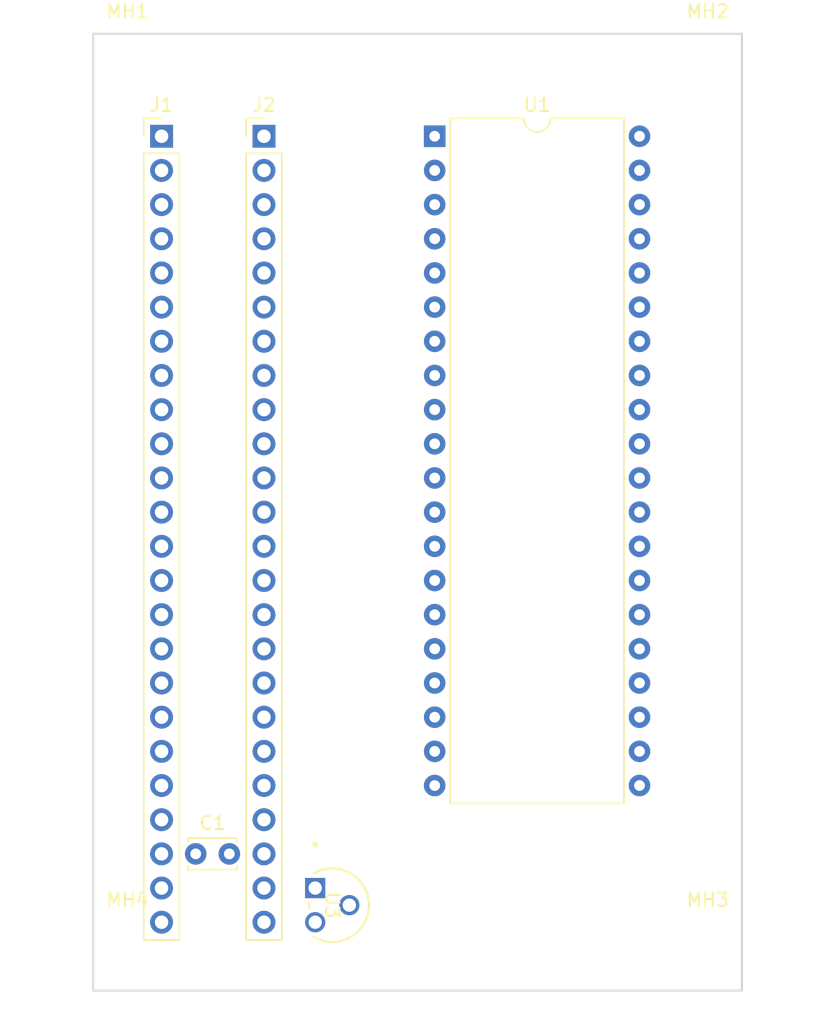
<source format=kicad_pcb>
(kicad_pcb (version 20221018) (generator pcbnew)
  (title_block (title "BionicINS8060") (date "2024-03-08") (rev "4") (company "Tadashi G. Takaoka"))
  (layers (0 "F.Cu" signal) (31 "B.Cu" signal) (34 "B.Paste" user) (35 "F.Paste" user) (36 "B.SilkS" user "B.Silkscreen") (37 "F.SilkS" user "F.Silkscreen") (38 "B.Mask" user) (39 "F.Mask" user) (44 "Edge.Cuts" user))
  (net 0 "")
  (net 1 "VCC")
  (net 2 "GND")
  (net 3 "/P53")
  (net 4 "/P26")
  (net 5 "/P27")
  (net 6 "/P47")
  (net 7 "/P46")
  (net 8 "/P25")
  (net 9 "/P24")
  (net 10 "/P23")
  (net 11 "/P22")
  (net 12 "/P21")
  (net 13 "/P20")
  (net 14 "/P34")
  (net 15 "/P35")
  (net 16 "/P17")
  (net 17 "/P36")
  (net 18 "/P16")
  (net 19 "/P15")
  (net 20 "/P40")
  (net 21 "/P14")
  (net 22 "/P41")
  (net 23 "/P13")
  (net 24 "/P42")
  (net 25 "/P12")
  (net 26 "/P11")
  (net 27 "/P44")
  (net 28 "/P10")
  (net 29 "/P45")
  (net 30 "/P33")
  (net 31 "/P32")
  (net 32 "/P31")
  (net 33 "/P30")
  (net 34 "/P51")
  (net 35 "/P55")
  (net 36 "/P43")
  (net 37 "/P52")
  (net 38 "/P54")
  (net 39 "/P50")
  (net 43 "Net-(J2-P57)")
  (footprint "MountingHole:MountingHole_3.2mm_M3" (layer "F.Cu") (at 101 70)
    (fp_text reference "MH1" (at 0 -4.2) (layer "F.SilkS"))
    (fp_text value "MountingHole_3.2mm_M3")
    (pad "" np_thru_hole circle (at 0 0) (size 3.2 3.2) (drill 3.2) (layers "*.Cu" "*.Mask"))
  )
  (footprint "MountingHole:MountingHole_3.2mm_M3" (layer "F.Cu") (at 144.18 70)
    (fp_text reference "MH2" (at 0 -4.2) (layer "F.SilkS"))
    (fp_text value "MountingHole_3.2mm_M3")
    (pad "" np_thru_hole circle (at 0 0) (size 3.2 3.2) (drill 3.2) (layers "*.Cu" "*.Mask"))
  )
  (footprint "MountingHole:MountingHole_3.2mm_M3" (layer "F.Cu") (at 144.18 136.04)
    (fp_text reference "MH3" (at 0 -4.2) (layer "F.SilkS"))
    (fp_text value "MountingHole_3.2mm_M3")
    (pad "" np_thru_hole circle (at 0 0) (size 3.2 3.2) (drill 3.2) (layers "*.Cu" "*.Mask"))
  )
  (footprint "MountingHole:MountingHole_3.2mm_M3" (layer "F.Cu") (at 101 136.04)
    (fp_text reference "MH4" (at 0 -4.2) (layer "F.SilkS"))
    (fp_text value "MountingHole_3.2mm_M3")
    (pad "" np_thru_hole circle (at 0 0) (size 3.2 3.2) (drill 3.2) (layers "*.Cu" "*.Mask"))
  )
  (footprint "Capacitor_THT:C_Disc_D3.4mm_W2.1mm_P2.50mm" (layer "F.Cu") (at 106.08 128.42)
    (fp_text reference "C1" (at 1.25 -2.3) (layer "F.SilkS"))
    (fp_text value "0.1u")
    (fp_line (start -0.57 -1.17) (end -0.57 -0.925) (stroke (width 0.12)) (layer "F.SilkS"))
    (fp_line (start -0.57 -1.17) (end 3.07 -1.17) (stroke (width 0.12)) (layer "F.SilkS"))
    (fp_line (start -0.57 0.925) (end -0.57 1.17) (stroke (width 0.12)) (layer "F.SilkS"))
    (fp_line (start -0.57 1.17) (end 3.07 1.17) (stroke (width 0.12)) (layer "F.SilkS"))
    (fp_line (start 3.07 -1.17) (end 3.07 -0.925) (stroke (width 0.12)) (layer "F.SilkS"))
    (fp_line (start 3.07 0.925) (end 3.07 1.17) (stroke (width 0.12)) (layer "F.SilkS"))
    (pad "1" thru_hole circle (at 0 0) (size 1.6 1.6) (drill 0.8) (layers "*.Cu" "*.Mask") (net 1 "VCC"))
    (pad "2" thru_hole circle (at 2.5 0) (size 1.6 1.6) (drill 0.8) (layers "*.Cu" "*.Mask") (net 2 "GND"))
  )
  (footprint "Package_DIP:DIP-40_W15.24mm" (layer "F.Cu") (at 123.86 75.08)
    (fp_text reference "U1" (at 7.62 -2.33) (layer "F.SilkS"))
    (fp_text value "INS8060")
    (fp_line (start 1.16 -1.33) (end 1.16 49.59) (stroke (width 0.12)) (layer "F.SilkS"))
    (fp_line (start 1.16 49.59) (end 14.08 49.59) (stroke (width 0.12)) (layer "F.SilkS"))
    (fp_line (start 6.62 -1.33) (end 1.16 -1.33) (stroke (width 0.12)) (layer "F.SilkS"))
    (fp_line (start 14.08 -1.33) (end 8.62 -1.33) (stroke (width 0.12)) (layer "F.SilkS"))
    (fp_line (start 14.08 49.59) (end 14.08 -1.33) (stroke (width 0.12)) (layer "F.SilkS"))
    (fp_arc (start 8.62 -1.33) (mid 7.62 -0.33) (end 6.62 -1.33) (stroke (width 0.12)) (layer "F.SilkS"))
    (pad "1" thru_hole rect (at 0 0) (size 1.6 1.6) (drill 0.8) (layers "*.Cu" "*.Mask") (net 22 "/P41"))
    (pad "2" thru_hole oval (at 0 2.54) (size 1.6 1.6) (drill 0.8) (layers "*.Cu" "*.Mask") (net 39 "/P50"))
    (pad "3" thru_hole oval (at 0 5.08) (size 1.6 1.6) (drill 0.8) (layers "*.Cu" "*.Mask") (net 38 "/P54"))
    (pad "4" thru_hole oval (at 0 7.62) (size 1.6 1.6) (drill 0.8) (layers "*.Cu" "*.Mask") (net 35 "/P55"))
    (pad "5" thru_hole oval (at 0 10.16) (size 1.6 1.6) (drill 0.8) (layers "*.Cu" "*.Mask") (net 6 "/P47"))
    (pad "6" thru_hole oval (at 0 12.7) (size 1.6 1.6) (drill 0.8) (layers "*.Cu" "*.Mask") (net 37 "/P52"))
    (pad "7" thru_hole oval (at 0 15.24) (size 1.6 1.6) (drill 0.8) (layers "*.Cu" "*.Mask") (net 3 "/P53"))
    (pad "8" thru_hole oval (at 0 17.78) (size 1.6 1.6) (drill 0.8) (layers "*.Cu" "*.Mask") (net 20 "/P40"))
    (pad "9" thru_hole oval (at 0 20.32) (size 1.6 1.6) (drill 0.8) (layers "*.Cu" "*.Mask") (net 16 "/P17"))
    (pad "10" thru_hole oval (at 0 22.86) (size 1.6 1.6) (drill 0.8) (layers "*.Cu" "*.Mask") (net 18 "/P16"))
    (pad "11" thru_hole oval (at 0 25.4) (size 1.6 1.6) (drill 0.8) (layers "*.Cu" "*.Mask") (net 19 "/P15"))
    (pad "12" thru_hole oval (at 0 27.94) (size 1.6 1.6) (drill 0.8) (layers "*.Cu" "*.Mask") (net 21 "/P14"))
    (pad "13" thru_hole oval (at 0 30.48) (size 1.6 1.6) (drill 0.8) (layers "*.Cu" "*.Mask") (net 23 "/P13"))
    (pad "14" thru_hole oval (at 0 33.02) (size 1.6 1.6) (drill 0.8) (layers "*.Cu" "*.Mask") (net 25 "/P12"))
    (pad "15" thru_hole oval (at 0 35.56) (size 1.6 1.6) (drill 0.8) (layers "*.Cu" "*.Mask") (net 26 "/P11"))
    (pad "16" thru_hole oval (at 0 38.1) (size 1.6 1.6) (drill 0.8) (layers "*.Cu" "*.Mask") (net 28 "/P10"))
    (pad "17" thru_hole oval (at 0 40.64) (size 1.6 1.6) (drill 0.8) (layers "*.Cu" "*.Mask") (net 36 "/P43"))
    (pad "18" thru_hole oval (at 0 43.18) (size 1.6 1.6) (drill 0.8) (layers "*.Cu" "*.Mask") (net 24 "/P42"))
    (pad "19" thru_hole oval (at 0 45.72) (size 1.6 1.6) (drill 0.8) (layers "*.Cu" "*.Mask") (net 14 "/P34"))
    (pad "20" thru_hole oval (at 0 48.26) (size 1.6 1.6) (drill 0.8) (layers "*.Cu" "*.Mask") (net 2 "GND"))
    (pad "21" thru_hole oval (at 15.24 48.26) (size 1.6 1.6) (drill 0.8) (layers "*.Cu" "*.Mask") (net 15 "/P35"))
    (pad "22" thru_hole oval (at 15.24 45.72) (size 1.6 1.6) (drill 0.8) (layers "*.Cu" "*.Mask") (net 17 "/P36"))
    (pad "23" thru_hole oval (at 15.24 43.18) (size 1.6 1.6) (drill 0.8) (layers "*.Cu" "*.Mask") (net 27 "/P44"))
    (pad "24" thru_hole oval (at 15.24 40.64) (size 1.6 1.6) (drill 0.8) (layers "*.Cu" "*.Mask") (net 29 "/P45"))
    (pad "25" thru_hole oval (at 15.24 38.1) (size 1.6 1.6) (drill 0.8) (layers "*.Cu" "*.Mask") (net 13 "/P20"))
    (pad "26" thru_hole oval (at 15.24 35.56) (size 1.6 1.6) (drill 0.8) (layers "*.Cu" "*.Mask") (net 12 "/P21"))
    (pad "27" thru_hole oval (at 15.24 33.02) (size 1.6 1.6) (drill 0.8) (layers "*.Cu" "*.Mask") (net 11 "/P22"))
    (pad "28" thru_hole oval (at 15.24 30.48) (size 1.6 1.6) (drill 0.8) (layers "*.Cu" "*.Mask") (net 10 "/P23"))
    (pad "29" thru_hole oval (at 15.24 27.94) (size 1.6 1.6) (drill 0.8) (layers "*.Cu" "*.Mask") (net 9 "/P24"))
    (pad "30" thru_hole oval (at 15.24 25.4) (size 1.6 1.6) (drill 0.8) (layers "*.Cu" "*.Mask") (net 8 "/P25"))
    (pad "31" thru_hole oval (at 15.24 22.86) (size 1.6 1.6) (drill 0.8) (layers "*.Cu" "*.Mask") (net 4 "/P26"))
    (pad "32" thru_hole oval (at 15.24 20.32) (size 1.6 1.6) (drill 0.8) (layers "*.Cu" "*.Mask") (net 5 "/P27"))
    (pad "33" thru_hole oval (at 15.24 17.78) (size 1.6 1.6) (drill 0.8) (layers "*.Cu" "*.Mask") (net 33 "/P30"))
    (pad "34" thru_hole oval (at 15.24 15.24) (size 1.6 1.6) (drill 0.8) (layers "*.Cu" "*.Mask") (net 32 "/P31"))
    (pad "35" thru_hole oval (at 15.24 12.7) (size 1.6 1.6) (drill 0.8) (layers "*.Cu" "*.Mask") (net 31 "/P32"))
    (pad "36" thru_hole oval (at 15.24 10.16) (size 1.6 1.6) (drill 0.8) (layers "*.Cu" "*.Mask") (net 30 "/P33"))
    (pad "37" thru_hole oval (at 15.24 7.62) (size 1.6 1.6) (drill 0.8) (layers "*.Cu" "*.Mask") (net 7 "/P46"))
    (pad "38" thru_hole oval (at 15.24 5.08) (size 1.6 1.6) (drill 0.8) (layers "*.Cu" "*.Mask"))
    (pad "39" thru_hole oval (at 15.24 2.54) (size 1.6 1.6) (drill 0.8) (layers "*.Cu" "*.Mask") (net 34 "/P51"))
    (pad "40" thru_hole oval (at 15.24 0) (size 1.6 1.6) (drill 0.8) (layers "*.Cu" "*.Mask") (net 1 "VCC"))
  )
  (footprint "connector:Bionic-P245_Vertical" (layer "F.Cu") (at 111.16 75.08)
    (fp_text reference "J2" (at 0 -2.33) (layer "F.SilkS"))
    (fp_text value "Bionic-P245")
    (fp_line (start -1.33 -1.33) (end 0 -1.33) (stroke (width 0.12)) (layer "F.SilkS"))
    (fp_line (start -1.33 0) (end -1.33 -1.33) (stroke (width 0.12)) (layer "F.SilkS"))
    (fp_line (start -1.33 1.27) (end -1.33 59.75) (stroke (width 0.12)) (layer "F.SilkS"))
    (fp_line (start -1.33 1.27) (end 1.33 1.27) (stroke (width 0.12)) (layer "F.SilkS"))
    (fp_line (start -1.33 59.75) (end 1.33 59.75) (stroke (width 0.12)) (layer "F.SilkS"))
    (fp_line (start 1.33 1.27) (end 1.33 59.75) (stroke (width 0.12)) (layer "F.SilkS"))
    (pad "25" thru_hole oval (at 0 58.42) (size 1.7 1.7) (drill 1) (layers "*.Cu" "*.Mask") (net 1 "VCC"))
    (pad "26" thru_hole oval (at 0 55.88) (size 1.7 1.7) (drill 1) (layers "*.Cu" "*.Mask") (net 43 "Net-(J2-P57)"))
    (pad "27" thru_hole oval (at 0 53.34) (size 1.7 1.7) (drill 1) (layers "*.Cu" "*.Mask"))
    (pad "28" thru_hole oval (at 0 50.8) (size 1.7 1.7) (drill 1) (layers "*.Cu" "*.Mask") (net 35 "/P55"))
    (pad "29" thru_hole oval (at 0 48.26) (size 1.7 1.7) (drill 1) (layers "*.Cu" "*.Mask") (net 38 "/P54"))
    (pad "30" thru_hole oval (at 0 45.72) (size 1.7 1.7) (drill 1) (layers "*.Cu" "*.Mask"))
    (pad "31" thru_hole oval (at 0 43.18) (size 1.7 1.7) (drill 1) (layers "*.Cu" "*.Mask") (net 6 "/P47"))
    (pad "32" thru_hole oval (at 0 40.64) (size 1.7 1.7) (drill 1) (layers "*.Cu" "*.Mask") (net 7 "/P46"))
    (pad "33" thru_hole oval (at 0 38.1) (size 1.7 1.7) (drill 1) (layers "*.Cu" "*.Mask") (net 29 "/P45"))
    (pad "34" thru_hole oval (at 0 35.56) (size 1.7 1.7) (drill 1) (layers "*.Cu" "*.Mask") (net 27 "/P44"))
    (pad "35" thru_hole oval (at 0 33.02) (size 1.7 1.7) (drill 1) (layers "*.Cu" "*.Mask") (net 36 "/P43"))
    (pad "36" thru_hole oval (at 0 30.48) (size 1.7 1.7) (drill 1) (layers "*.Cu" "*.Mask") (net 24 "/P42"))
    (pad "37" thru_hole oval (at 0 27.94) (size 1.7 1.7) (drill 1) (layers "*.Cu" "*.Mask") (net 22 "/P41"))
    (pad "38" thru_hole oval (at 0 25.4) (size 1.7 1.7) (drill 1) (layers "*.Cu" "*.Mask") (net 20 "/P40"))
    (pad "39" thru_hole oval (at 0 22.86) (size 1.7 1.7) (drill 1) (layers "*.Cu" "*.Mask"))
    (pad "40" thru_hole oval (at 0 20.32) (size 1.7 1.7) (drill 1) (layers "*.Cu" "*.Mask") (net 5 "/P27"))
    (pad "41" thru_hole oval (at 0 17.78) (size 1.7 1.7) (drill 1) (layers "*.Cu" "*.Mask") (net 4 "/P26"))
    (pad "42" thru_hole oval (at 0 15.24) (size 1.7 1.7) (drill 1) (layers "*.Cu" "*.Mask") (net 8 "/P25"))
    (pad "43" thru_hole oval (at 0 12.7) (size 1.7 1.7) (drill 1) (layers "*.Cu" "*.Mask") (net 9 "/P24"))
    (pad "44" thru_hole oval (at 0 10.16) (size 1.7 1.7) (drill 1) (layers "*.Cu" "*.Mask") (net 10 "/P23"))
    (pad "45" thru_hole oval (at 0 7.62) (size 1.7 1.7) (drill 1) (layers "*.Cu" "*.Mask") (net 11 "/P22"))
    (pad "46" thru_hole oval (at 0 5.08) (size 1.7 1.7) (drill 1) (layers "*.Cu" "*.Mask") (net 12 "/P21"))
    (pad "47" thru_hole oval (at 0 2.54) (size 1.7 1.7) (drill 1) (layers "*.Cu" "*.Mask") (net 13 "/P20"))
    (pad "48" thru_hole rect (at 0 0) (size 1.7 1.7) (drill 1) (layers "*.Cu" "*.Mask") (net 2 "GND"))
  )
  (footprint "microchip:TO-92_MC_MCH" (layer "F.Cu") (at 114.97 130.96 -90)
    (fp_text reference "U3" (at 1.27 -1.27 -90 unlocked) (layer "F.SilkS"))
    (fp_text value "11AA010-I/TO")
    (fp_line (start 1.08204 0.4445) (end 1.553476 0.4445) (stroke (width 0.1524)) (layer "F.SilkS"))
    (fp_arc (start -1.08204 0.116917) (mid 0.551186 -3.904186) (end 4.0005 -1.27) (stroke (width 0.1524)) (layer "F.SilkS"))
    (fp_arc (start 4.0005 -1.269999) (mid 3.90215 -0.543764) (end 3.614184 0.130155) (stroke (width 0.1524)) (layer "F.SilkS"))
    (fp_circle (center -3.2385 0) (end -3.1115 0) (stroke (width 0.1524)) (fill none) (layer "F.SilkS"))
    (pad "1" thru_hole rect (at 0 0 270) (size 1.4986 1.4986) (drill 0.9906) (layers "*.Cu" "*.Mask") (net 2 "GND"))
    (pad "2" thru_hole circle (at 1.27 -2.54 270) (size 1.4986 1.4986) (drill 0.9906) (layers "*.Cu" "*.Mask") (net 43 "Net-(J2-P57)"))
    (pad "3" thru_hole circle (at 2.54 0 270) (size 1.4986 1.4986) (drill 0.9906) (layers "*.Cu" "*.Mask") (net 1 "VCC"))
  )
  (footprint "connector:Bionic-P135_Vertical" (layer "F.Cu") (at 103.54 75.08)
    (fp_text reference "J1" (at 0 -2.33) (layer "F.SilkS"))
    (fp_text value "Bionic-P135")
    (fp_line (start -1.33 -1.33) (end 0 -1.33) (stroke (width 0.12)) (layer "F.SilkS"))
    (fp_line (start -1.33 0) (end -1.33 -1.33) (stroke (width 0.12)) (layer "F.SilkS"))
    (fp_line (start -1.33 1.27) (end -1.33 59.75) (stroke (width 0.12)) (layer "F.SilkS"))
    (fp_line (start -1.33 1.27) (end 1.33 1.27) (stroke (width 0.12)) (layer "F.SilkS"))
    (fp_line (start -1.33 59.75) (end 1.33 59.75) (stroke (width 0.12)) (layer "F.SilkS"))
    (fp_line (start 1.33 1.27) (end 1.33 59.75) (stroke (width 0.12)) (layer "F.SilkS"))
    (pad "1" thru_hole rect (at 0 0) (size 1.7 1.7) (drill 1) (layers "*.Cu" "*.Mask") (net 2 "GND"))
    (pad "2" thru_hole oval (at 0 2.54) (size 1.7 1.7) (drill 1) (layers "*.Cu" "*.Mask") (net 28 "/P10"))
    (pad "3" thru_hole oval (at 0 5.08) (size 1.7 1.7) (drill 1) (layers "*.Cu" "*.Mask") (net 26 "/P11"))
    (pad "4" thru_hole oval (at 0 7.62) (size 1.7 1.7) (drill 1) (layers "*.Cu" "*.Mask") (net 25 "/P12"))
    (pad "5" thru_hole oval (at 0 10.16) (size 1.7 1.7) (drill 1) (layers "*.Cu" "*.Mask") (net 23 "/P13"))
    (pad "6" thru_hole oval (at 0 12.7) (size 1.7 1.7) (drill 1) (layers "*.Cu" "*.Mask") (net 21 "/P14"))
    (pad "7" thru_hole oval (at 0 15.24) (size 1.7 1.7) (drill 1) (layers "*.Cu" "*.Mask") (net 19 "/P15"))
    (pad "8" thru_hole oval (at 0 17.78) (size 1.7 1.7) (drill 1) (layers "*.Cu" "*.Mask") (net 18 "/P16"))
    (pad "9" thru_hole oval (at 0 20.32) (size 1.7 1.7) (drill 1) (layers "*.Cu" "*.Mask") (net 16 "/P17"))
    (pad "10" thru_hole oval (at 0 22.86) (size 1.7 1.7) (drill 1) (layers "*.Cu" "*.Mask"))
    (pad "11" thru_hole oval (at 0 25.4) (size 1.7 1.7) (drill 1) (layers "*.Cu" "*.Mask") (net 33 "/P30"))
    (pad "12" thru_hole oval (at 0 27.94) (size 1.7 1.7) (drill 1) (layers "*.Cu" "*.Mask") (net 32 "/P31"))
    (pad "13" thru_hole oval (at 0 30.48) (size 1.7 1.7) (drill 1) (layers "*.Cu" "*.Mask") (net 31 "/P32"))
    (pad "14" thru_hole oval (at 0 33.02) (size 1.7 1.7) (drill 1) (layers "*.Cu" "*.Mask") (net 30 "/P33"))
    (pad "15" thru_hole oval (at 0 35.56) (size 1.7 1.7) (drill 1) (layers "*.Cu" "*.Mask") (net 14 "/P34"))
    (pad "16" thru_hole oval (at 0 38.1) (size 1.7 1.7) (drill 1) (layers "*.Cu" "*.Mask") (net 15 "/P35"))
    (pad "17" thru_hole oval (at 0 40.64) (size 1.7 1.7) (drill 1) (layers "*.Cu" "*.Mask") (net 17 "/P36"))
    (pad "18" thru_hole oval (at 0 43.18) (size 1.7 1.7) (drill 1) (layers "*.Cu" "*.Mask"))
    (pad "19" thru_hole oval (at 0 45.72) (size 1.7 1.7) (drill 1) (layers "*.Cu" "*.Mask"))
    (pad "20" thru_hole oval (at 0 48.26) (size 1.7 1.7) (drill 1) (layers "*.Cu" "*.Mask") (net 39 "/P50"))
    (pad "21" thru_hole oval (at 0 50.8) (size 1.7 1.7) (drill 1) (layers "*.Cu" "*.Mask") (net 34 "/P51"))
    (pad "22" thru_hole oval (at 0 53.34) (size 1.7 1.7) (drill 1) (layers "*.Cu" "*.Mask") (net 37 "/P52"))
    (pad "23" thru_hole oval (at 0 55.88) (size 1.7 1.7) (drill 1) (layers "*.Cu" "*.Mask") (net 3 "/P53"))
    (pad "24" thru_hole oval (at 0 58.42) (size 1.7 1.7) (drill 1) (layers "*.Cu" "*.Mask") (net 1 "VCC"))
  )
  (gr_line (start 98.46 138.58) (end 98.46 67.46) (stroke (width 0.15)) (layer "Edge.Cuts"))
  (gr_line (start 146.72 138.58) (end 98.46 138.58) (stroke (width 0.15)) (layer "Edge.Cuts"))
  (gr_line (start 146.72 67.46) (end 146.72 138.58) (stroke (width 0.15)) (layer "Edge.Cuts"))
  (gr_line (start 98.46 67.46) (end 146.72 67.46) (stroke (width 0.15)) (layer "Edge.Cuts"))
)
</source>
